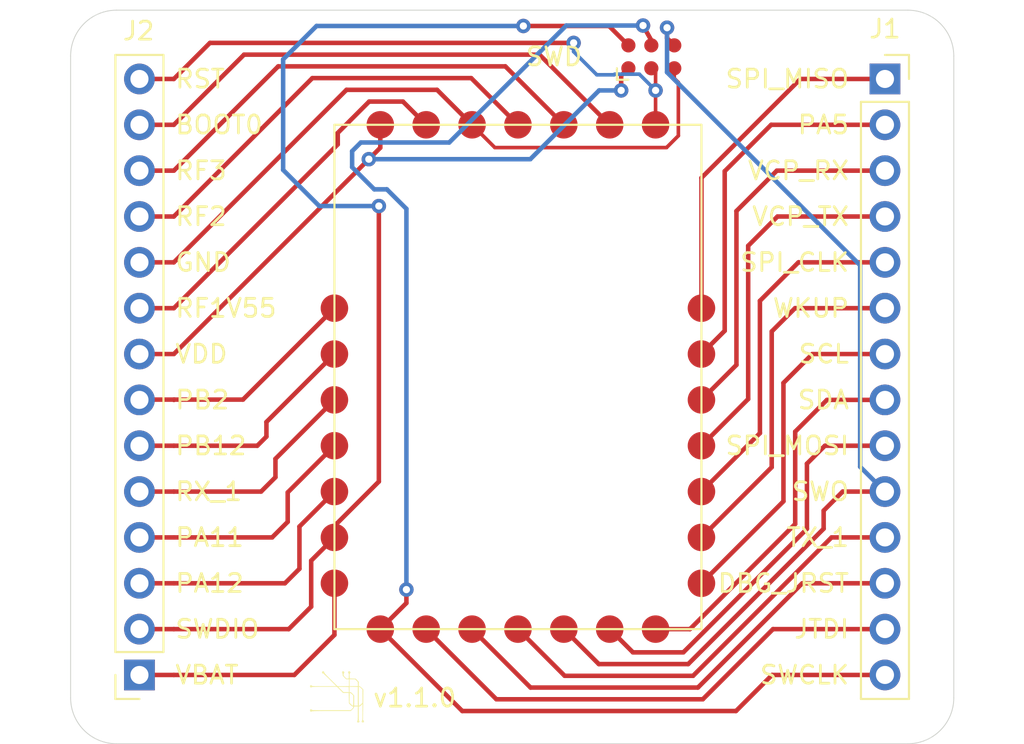
<source format=kicad_pcb>
(kicad_pcb (version 20171130) (host pcbnew "(5.1.9-0-10_14)")

  (general
    (thickness 1.6)
    (drawings 37)
    (tracks 184)
    (zones 0)
    (modules 5)
    (nets 29)
  )

  (page A4)
  (layers
    (0 F.Cu signal)
    (31 B.Cu signal)
    (32 B.Adhes user)
    (33 F.Adhes user)
    (34 B.Paste user)
    (35 F.Paste user)
    (36 B.SilkS user)
    (37 F.SilkS user)
    (38 B.Mask user)
    (39 F.Mask user)
    (40 Dwgs.User user)
    (41 Cmts.User user)
    (42 Eco1.User user)
    (43 Eco2.User user)
    (44 Edge.Cuts user)
    (45 Margin user)
    (46 B.CrtYd user)
    (47 F.CrtYd user)
    (48 B.Fab user)
    (49 F.Fab user)
  )

  (setup
    (last_trace_width 0.25)
    (user_trace_width 0.2)
    (trace_clearance 0.4)
    (zone_clearance 0.508)
    (zone_45_only no)
    (trace_min 0.2)
    (via_size 0.8)
    (via_drill 0.4)
    (via_min_size 0.4)
    (via_min_drill 0.3)
    (uvia_size 0.3)
    (uvia_drill 0.1)
    (uvias_allowed no)
    (uvia_min_size 0.2)
    (uvia_min_drill 0.1)
    (edge_width 0.05)
    (segment_width 0.2)
    (pcb_text_width 0.3)
    (pcb_text_size 1.5 1.5)
    (mod_edge_width 0.12)
    (mod_text_size 1 1)
    (mod_text_width 0.15)
    (pad_size 1.524 1.524)
    (pad_drill 0.762)
    (pad_to_mask_clearance 0)
    (aux_axis_origin 0 0)
    (visible_elements FFFFFF7F)
    (pcbplotparams
      (layerselection 0x010fc_ffffffff)
      (usegerberextensions false)
      (usegerberattributes true)
      (usegerberadvancedattributes true)
      (creategerberjobfile true)
      (excludeedgelayer true)
      (linewidth 0.100000)
      (plotframeref false)
      (viasonmask false)
      (mode 1)
      (useauxorigin false)
      (hpglpennumber 1)
      (hpglpenspeed 20)
      (hpglpendiameter 15.000000)
      (psnegative false)
      (psa4output false)
      (plotreference true)
      (plotvalue true)
      (plotinvisibletext false)
      (padsonsilk false)
      (subtractmaskfromsilk false)
      (outputformat 1)
      (mirror false)
      (drillshape 0)
      (scaleselection 1)
      (outputdirectory "Gerbers/"))
  )

  (net 0 "")
  (net 1 SWCLK)
  (net 2 JTDI)
  (net 3 DEBUG_JRST)
  (net 4 TX_1)
  (net 5 SWO)
  (net 6 SPI_MOSI)
  (net 7 SDA)
  (net 8 SCL)
  (net 9 PWR_WKUP)
  (net 10 SPI_CLK)
  (net 11 VCP_TX)
  (net 12 VCP_RX)
  (net 13 PA5)
  (net 14 SPI_MISO)
  (net 15 RST)
  (net 16 BOOT0)
  (net 17 RF3)
  (net 18 RF2)
  (net 19 GND)
  (net 20 RF1V55)
  (net 21 VDD)
  (net 22 PB2)
  (net 23 PB12)
  (net 24 RX_1)
  (net 25 PA11)
  (net 26 PA12)
  (net 27 SWDIO)
  (net 28 VBAT)

  (net_class Default "This is the default net class."
    (clearance 0.4)
    (trace_width 0.25)
    (via_dia 0.8)
    (via_drill 0.4)
    (uvia_dia 0.3)
    (uvia_drill 0.1)
    (add_net BOOT0)
    (add_net DEBUG_JRST)
    (add_net GND)
    (add_net JTDI)
    (add_net PA11)
    (add_net PA12)
    (add_net PA5)
    (add_net PB12)
    (add_net PB2)
    (add_net PWR_WKUP)
    (add_net RF1V55)
    (add_net RF2)
    (add_net RF3)
    (add_net RST)
    (add_net RX_1)
    (add_net SCL)
    (add_net SDA)
    (add_net SPI_CLK)
    (add_net SPI_MISO)
    (add_net SPI_MOSI)
    (add_net SWCLK)
    (add_net SWDIO)
    (add_net SWO)
    (add_net TX_1)
    (add_net VBAT)
    (add_net VCP_RX)
    (add_net VCP_TX)
    (add_net VDD)
  )

  (module trylaarsdam:wcl_logo (layer F.Cu) (tedit 60B69219) (tstamp 610BA598)
    (at 148 114.25)
    (fp_text reference G*** (at 0 0) (layer F.SilkS) hide
      (effects (font (size 1.524 1.524) (thickness 0.3)))
    )
    (fp_text value LOGO (at 0.75 0) (layer F.SilkS) hide
      (effects (font (size 1.524 1.524) (thickness 0.3)))
    )
    (fp_poly (pts (xy -0.005166 -1.411085) (xy 0.017923 -1.382557) (xy 0.0254 -1.350155) (xy 0.028985 -1.338173)
      (xy 0.040677 -1.319668) (xy 0.061879 -1.293125) (xy 0.093995 -1.257031) (xy 0.138427 -1.20987)
      (xy 0.19658 -1.150128) (xy 0.269857 -1.076291) (xy 0.359661 -0.986845) (xy 0.389407 -0.957362)
      (xy 0.753415 -0.5969) (xy 1.397 -0.5969) (xy 1.397 -0.9906) (xy 1.4224 -0.9906)
      (xy 1.4224 -0.59634) (xy 1.659246 -0.599795) (xy 1.896093 -0.60325) (xy 1.890927 -0.83185)
      (xy 1.734283 -0.9906) (xy 1.4224 -0.9906) (xy 1.397 -0.9906) (xy 1.317307 -0.990601)
      (xy 1.237614 -0.990601) (xy 1.144787 -1.084051) (xy 1.103197 -1.126404) (xy 1.076518 -1.156165)
      (xy 1.06164 -1.178644) (xy 1.055454 -1.19915) (xy 1.05485 -1.222993) (xy 1.055579 -1.236362)
      (xy 1.055118 -1.277935) (xy 1.04599 -1.302624) (xy 1.03651 -1.311812) (xy 1.020446 -1.337264)
      (xy 1.019892 -1.350299) (xy 1.046094 -1.350299) (xy 1.06261 -1.335409) (xy 1.073899 -1.3335)
      (xy 1.088735 -1.344075) (xy 1.0922 -1.3589) (xy 1.083162 -1.379332) (xy 1.063913 -1.383794)
      (xy 1.04775 -1.3716) (xy 1.046094 -1.350299) (xy 1.019892 -1.350299) (xy 1.018996 -1.371344)
      (xy 1.03136 -1.402493) (xy 1.043588 -1.414082) (xy 1.07537 -1.421392) (xy 1.105401 -1.409031)
      (xy 1.125851 -1.381994) (xy 1.1303 -1.358774) (xy 1.124364 -1.327413) (xy 1.11125 -1.312693)
      (xy 1.09864 -1.298049) (xy 1.092847 -1.264155) (xy 1.0922 -1.2397) (xy 1.093067 -1.207467)
      (xy 1.098036 -1.183185) (xy 1.110654 -1.160439) (xy 1.134469 -1.132817) (xy 1.172659 -1.094272)
      (xy 1.253118 -1.014528) (xy 1.39065 -1.02235) (xy 1.394289 -1.154387) (xy 1.395495 -1.214694)
      (xy 1.394582 -1.255287) (xy 1.390718 -1.281817) (xy 1.383069 -1.299937) (xy 1.370802 -1.315299)
      (xy 1.370511 -1.315609) (xy 1.35198 -1.348416) (xy 1.352227 -1.358358) (xy 1.384192 -1.358358)
      (xy 1.393031 -1.341703) (xy 1.411418 -1.336558) (xy 1.426375 -1.349057) (xy 1.42875 -1.359785)
      (xy 1.418193 -1.376965) (xy 1.406525 -1.381883) (xy 1.388696 -1.376433) (xy 1.384192 -1.358358)
      (xy 1.352227 -1.358358) (xy 1.352769 -1.380142) (xy 1.368295 -1.405646) (xy 1.393975 -1.419787)
      (xy 1.425228 -1.417425) (xy 1.448311 -1.402887) (xy 1.470311 -1.370999) (xy 1.46695 -1.338612)
      (xy 1.447394 -1.314083) (xy 1.435835 -1.301273) (xy 1.428585 -1.284552) (xy 1.424889 -1.258573)
      (xy 1.423994 -1.21799) (xy 1.425144 -1.157453) (xy 1.425169 -1.15654) (xy 1.42875 -1.02235)
      (xy 1.595285 -1.018819) (xy 1.761821 -1.015287) (xy 1.84611 -0.927979) (xy 1.9304 -0.84067)
      (xy 1.9304 -0.5969) (xy 1.965026 -0.596901) (xy 1.987761 -0.591533) (xy 2.016597 -0.573675)
      (xy 2.05519 -0.540689) (xy 2.09141 -0.505755) (xy 2.183167 -0.41461) (xy 2.17538 0.434585)
      (xy 2.167592 1.283781) (xy 2.195046 1.30301) (xy 2.218964 1.33137) (xy 2.22229 1.362594)
      (xy 2.207885 1.389799) (xy 2.178613 1.406102) (xy 2.151612 1.407442) (xy 2.118812 1.393906)
      (xy 2.104638 1.367145) (xy 2.105592 1.362077) (xy 2.136668 1.362077) (xy 2.140364 1.37227)
      (xy 2.156643 1.381636) (xy 2.174079 1.372144) (xy 2.182156 1.354672) (xy 2.176859 1.336587)
      (xy 2.16703 1.3335) (xy 2.143949 1.342219) (xy 2.136668 1.362077) (xy 2.105592 1.362077)
      (xy 2.111049 1.333102) (xy 2.121609 1.316432) (xy 2.12811 1.307021) (xy 2.13336 1.295271)
      (xy 2.137492 1.27856) (xy 2.140639 1.254266) (xy 2.142935 1.219765) (xy 2.144512 1.172436)
      (xy 2.145503 1.109655) (xy 2.146043 1.0288) (xy 2.146263 0.927248) (xy 2.1463 0.830244)
      (xy 2.1463 0.375445) (xy 2.072906 0.448072) (xy 2.027854 0.489463) (xy 1.993777 0.5128)
      (xy 1.966843 0.520662) (xy 1.964956 0.5207) (xy 1.9304 0.5207) (xy 1.9304 0.906494)
      (xy 1.930558 1.017993) (xy 1.931115 1.106725) (xy 1.932196 1.175322) (xy 1.933927 1.226417)
      (xy 1.936431 1.262641) (xy 1.939834 1.286626) (xy 1.944261 1.301005) (xy 1.94945 1.3081)
      (xy 1.965747 1.335929) (xy 1.966018 1.370315) (xy 1.95326 1.39446) (xy 1.93003 1.405541)
      (xy 1.89779 1.409605) (xy 1.869948 1.40565) (xy 1.862666 1.401233) (xy 1.854538 1.37852)
      (xy 1.855361 1.362077) (xy 1.882668 1.362077) (xy 1.886364 1.37227) (xy 1.902643 1.381636)
      (xy 1.920079 1.372144) (xy 1.928156 1.354672) (xy 1.922859 1.336587) (xy 1.91303 1.3335)
      (xy 1.889949 1.342219) (xy 1.882668 1.362077) (xy 1.855361 1.362077) (xy 1.856163 1.346088)
      (xy 1.866058 1.316995) (xy 1.87325 1.3081) (xy 1.878749 1.300335) (xy 1.883107 1.285431)
      (xy 1.88645 1.260755) (xy 1.888902 1.223675) (xy 1.890588 1.17156) (xy 1.891633 1.101777)
      (xy 1.892162 1.011694) (xy 1.8923 0.906494) (xy 1.8923 0.5207) (xy 1.6764 0.5207)
      (xy 1.6764 0.555942) (xy 1.671504 0.578174) (xy 1.654954 0.605559) (xy 1.623954 0.641943)
      (xy 1.584026 0.682942) (xy 1.491652 0.7747) (xy 0.429355 0.7747) (xy 0.239611 0.774728)
      (xy 0.073616 0.774836) (xy -0.070279 0.775056) (xy -0.193726 0.775421) (xy -0.298375 0.775964)
      (xy -0.385876 0.776718) (xy -0.457879 0.777715) (xy -0.516036 0.778989) (xy -0.561997 0.780572)
      (xy -0.597411 0.782496) (xy -0.62393 0.784796) (xy -0.643204 0.787503) (xy -0.656883 0.790651)
      (xy -0.666618 0.794273) (xy -0.671098 0.796598) (xy -0.698044 0.810319) (xy -0.715183 0.810202)
      (xy -0.734233 0.795889) (xy -0.735628 0.79463) (xy -0.757246 0.762345) (xy -0.759277 0.738828)
      (xy -0.732213 0.738828) (xy -0.724218 0.755263) (xy -0.723646 0.755956) (xy -0.706219 0.768016)
      (xy -0.689927 0.760154) (xy -0.679608 0.741912) (xy -0.684409 0.732911) (xy -0.70545 0.72628)
      (xy -0.718127 0.728713) (xy -0.732213 0.738828) (xy -0.759277 0.738828) (xy -0.760295 0.727048)
      (xy -0.746761 0.70104) (xy -0.717054 0.686947) (xy -0.683187 0.690808) (xy -0.657453 0.7112)
      (xy -0.654205 0.715705) (xy -0.649374 0.719643) (xy -0.641336 0.723053) (xy -0.628467 0.725972)
      (xy -0.609144 0.728439) (xy -0.581742 0.730491) (xy -0.544637 0.732166) (xy -0.496204 0.733504)
      (xy -0.434821 0.734541) (xy -0.358862 0.735316) (xy -0.266704 0.735867) (xy -0.156722 0.736233)
      (xy -0.027293 0.736451) (xy 0.123208 0.736559) (xy 0.296404 0.736596) (xy 0.424961 0.7366)
      (xy 1.491513 0.7366) (xy 1.564906 0.663972) (xy 1.605852 0.620567) (xy 1.629245 0.587814)
      (xy 1.638033 0.561373) (xy 1.6383 0.556022) (xy 1.634391 0.53027) (xy 1.617317 0.521357)
      (xy 1.603034 0.5207) (xy 1.57981 0.515502) (xy 1.551369 0.498004) (xy 1.513697 0.465345)
      (xy 1.48263 0.434904) (xy 1.397492 0.349109) (xy 1.397181 0.322698) (xy 1.42189 0.322698)
      (xy 1.504828 0.406277) (xy 1.544886 0.446255) (xy 1.576002 0.47454) (xy 1.599305 0.489412)
      (xy 1.615924 0.489156) (xy 1.62699 0.472052) (xy 1.63363 0.436382) (xy 1.636976 0.38043)
      (xy 1.638156 0.302476) (xy 1.6383 0.203256) (xy 1.6383 -0.083346) (xy 1.565275 -0.154969)
      (xy 1.526127 -0.190072) (xy 1.490045 -0.216702) (xy 1.463546 -0.230142) (xy 1.4605 -0.230772)
      (xy 1.42875 -0.23495) (xy 1.42189 0.322698) (xy 1.397181 0.322698) (xy 1.39065 -0.231509)
      (xy 1.2319 -0.229597) (xy 1.07315 -0.227684) (xy 0.734548 -0.56754) (xy 0.7874 -0.56754)
      (xy 0.795922 -0.557561) (xy 0.819506 -0.532756) (xy 0.855175 -0.496185) (xy 0.899954 -0.450905)
      (xy 0.935884 -0.41491) (xy 1.084368 -0.2667) (xy 1.397806 -0.2667) (xy 1.4224 -0.2667)
      (xy 1.462466 -0.2667) (xy 1.48442 -0.263648) (xy 1.507195 -0.252248) (xy 1.535423 -0.229136)
      (xy 1.573733 -0.190948) (xy 1.589227 -0.174625) (xy 1.675921 -0.08255) (xy 1.67616 0.200025)
      (xy 1.6764 0.4826) (xy 1.8923 0.4826) (xy 1.8923 -0.143709) (xy 1.892301 -0.247733)
      (xy 1.892304 -0.341086) (xy 1.892307 -0.421029) (xy 1.89231 -0.484824) (xy 1.892314 -0.529733)
      (xy 1.892319 -0.553019) (xy 1.892321 -0.555625) (xy 1.880287 -0.558806) (xy 1.846805 -0.561913)
      (xy 1.795829 -0.564728) (xy 1.73131 -0.567032) (xy 1.657371 -0.568606) (xy 1.460554 -0.5715)
      (xy 1.9304 -0.5715) (xy 1.9304 -0.046567) (xy 1.930569 0.066455) (xy 1.931051 0.171473)
      (xy 1.931811 0.265793) (xy 1.932812 0.346721) (xy 1.934016 0.411564) (xy 1.935389 0.457629)
      (xy 1.936892 0.482223) (xy 1.937615 0.485582) (xy 1.953251 0.491148) (xy 1.976856 0.481798)
      (xy 2.010958 0.455942) (xy 2.058084 0.411989) (xy 2.064197 0.405956) (xy 2.1463 0.324583)
      (xy 2.1463 -0.412067) (xy 2.067291 -0.491784) (xy 2.018706 -0.537068) (xy 1.981214 -0.56402)
      (xy 1.959341 -0.5715) (xy 1.9304 -0.5715) (xy 1.460554 -0.5715) (xy 1.4224 -0.572061)
      (xy 1.4224 -0.2667) (xy 1.397806 -0.2667) (xy 1.39065 -0.56515) (xy 1.089025 -0.568555)
      (xy 1.00454 -0.569331) (xy 0.929187 -0.569683) (xy 0.866455 -0.569623) (xy 0.819832 -0.569162)
      (xy 0.792807 -0.568312) (xy 0.7874 -0.56754) (xy 0.734548 -0.56754) (xy 0.730602 -0.5715)
      (xy 0.043006 -0.5715) (xy -0.108781 -0.571427) (xy -0.237129 -0.571172) (xy -0.343996 -0.570682)
      (xy -0.431342 -0.569903) (xy -0.501128 -0.568784) (xy -0.555312 -0.56727) (xy -0.595855 -0.565309)
      (xy -0.624715 -0.562847) (xy -0.643854 -0.559832) (xy -0.65523 -0.55621) (xy -0.660401 -0.55245)
      (xy -0.688899 -0.534262) (xy -0.720827 -0.535446) (xy -0.747836 -0.552874) (xy -0.761578 -0.583413)
      (xy -0.762 -0.59055) (xy -0.761919 -0.590816) (xy -0.73005 -0.590816) (xy -0.722372 -0.576009)
      (xy -0.705116 -0.565351) (xy -0.690309 -0.573029) (xy -0.679651 -0.590285) (xy -0.687329 -0.605092)
      (xy -0.704585 -0.61575) (xy -0.719392 -0.608072) (xy -0.73005 -0.590816) (xy -0.761919 -0.590816)
      (xy -0.752002 -0.623291) (xy -0.72747 -0.643188) (xy -0.696595 -0.647751) (xy -0.667572 -0.634494)
      (xy -0.657453 -0.6223) (xy -0.653363 -0.616722) (xy -0.647268 -0.612026) (xy -0.637106 -0.608136)
      (xy -0.620817 -0.604978) (xy -0.596337 -0.602475) (xy -0.561604 -0.60055) (xy -0.514558 -0.599129)
      (xy -0.453136 -0.598134) (xy -0.375275 -0.59749) (xy -0.278915 -0.59712) (xy -0.161993 -0.59695)
      (xy -0.022447 -0.596902) (xy 0.031544 -0.5969) (xy 0.704679 -0.5969) (xy 0.350394 -0.951355)
      (xy 0.26948 -1.03176) (xy 0.194834 -1.10487) (xy 0.128323 -1.168931) (xy 0.071813 -1.222189)
      (xy 0.027168 -1.26289) (xy -0.003746 -1.28928) (xy -0.019062 -1.299605) (xy -0.020004 -1.299627)
      (xy -0.0473 -1.300906) (xy -0.075717 -1.318184) (xy -0.094766 -1.344868) (xy -0.095535 -1.347097)
      (xy -0.094973 -1.355723) (xy -0.060432 -1.355723) (xy -0.056736 -1.34553) (xy -0.040457 -1.336164)
      (xy -0.023021 -1.345656) (xy -0.014944 -1.363128) (xy -0.020241 -1.381213) (xy -0.03007 -1.3843)
      (xy -0.053151 -1.375581) (xy -0.060432 -1.355723) (xy -0.094973 -1.355723) (xy -0.093561 -1.37735)
      (xy -0.074681 -1.405288) (xy -0.046333 -1.421336) (xy -0.037039 -1.422401) (xy -0.005166 -1.411085)) (layer F.SilkS) (width 0.01))
  )

  (module Connector:Tag-Connect_TC2030-IDC-NL_2x03_P1.27mm_Vertical (layer F.Cu) (tedit 5A29CEA9) (tstamp 610BA1FA)
    (at 166.135 78.784)
    (descr "Tag-Connect programming header; http://www.tag-connect.com/Materials/TC2030-IDC-NL.pdf")
    (tags "tag connect programming header pogo pins")
    (path /613CFD7B)
    (attr virtual)
    (fp_text reference SWD (at -5.385 -0.009) (layer F.SilkS)
      (effects (font (size 1 1) (thickness 0.15)))
    )
    (fp_text value Conn_01x06_Female (at 0 -2.3) (layer F.Fab)
      (effects (font (size 1 1) (thickness 0.15)))
    )
    (fp_text user KEEPOUT (at 0 0) (layer Cmts.User)
      (effects (font (size 0.4 0.4) (thickness 0.07)))
    )
    (fp_text user %R (at 10.224999 1.124999) (layer F.Fab)
      (effects (font (size 1 1) (thickness 0.15)))
    )
    (fp_line (start -1.905 1.27) (end -1.905 0.635) (layer F.SilkS) (width 0.12))
    (fp_line (start -1.27 1.27) (end -1.905 1.27) (layer F.SilkS) (width 0.12))
    (fp_line (start -3.5 2) (end -3.5 -2) (layer F.CrtYd) (width 0.05))
    (fp_line (start 3.5 2) (end -3.5 2) (layer F.CrtYd) (width 0.05))
    (fp_line (start 3.5 -2) (end 3.5 2) (layer F.CrtYd) (width 0.05))
    (fp_line (start -3.5 -2) (end 3.5 -2) (layer F.CrtYd) (width 0.05))
    (fp_line (start -1.27 0.635) (end -1.27 -0.635) (layer Dwgs.User) (width 0.1))
    (fp_line (start 1.27 0.635) (end -1.27 0.635) (layer Dwgs.User) (width 0.1))
    (fp_line (start 1.27 -0.635) (end 1.27 0.635) (layer Dwgs.User) (width 0.1))
    (fp_line (start -1.27 -0.635) (end 1.27 -0.635) (layer Dwgs.User) (width 0.1))
    (fp_line (start -1.27 0.635) (end 0 -0.635) (layer Dwgs.User) (width 0.1))
    (fp_line (start -1.27 0) (end -0.635 -0.635) (layer Dwgs.User) (width 0.1))
    (fp_line (start -0.635 0.635) (end 0.635 -0.635) (layer Dwgs.User) (width 0.1))
    (fp_line (start 0 0.635) (end 1.27 -0.635) (layer Dwgs.User) (width 0.1))
    (fp_line (start 0.635 0.635) (end 1.27 0) (layer Dwgs.User) (width 0.1))
    (pad 6 connect circle (at 1.27 -0.635) (size 0.7874 0.7874) (layers F.Cu F.Mask)
      (net 5 SWO))
    (pad 5 connect circle (at 1.27 0.635) (size 0.7874 0.7874) (layers F.Cu F.Mask)
      (net 19 GND))
    (pad 4 connect circle (at 0 -0.635) (size 0.7874 0.7874) (layers F.Cu F.Mask)
      (net 1 SWCLK))
    (pad 3 connect circle (at 0 0.635) (size 0.7874 0.7874) (layers F.Cu F.Mask)
      (net 15 RST))
    (pad 2 connect circle (at -1.27 -0.635) (size 0.7874 0.7874) (layers F.Cu F.Mask)
      (net 27 SWDIO))
    (pad 1 connect circle (at -1.27 0.635) (size 0.7874 0.7874) (layers F.Cu F.Mask)
      (net 21 VDD))
    (pad "" np_thru_hole circle (at -2.54 0) (size 0.9906 0.9906) (drill 0.9906) (layers *.Cu *.Mask))
    (pad "" np_thru_hole circle (at 2.54 1.016) (size 0.9906 0.9906) (drill 0.9906) (layers *.Cu *.Mask))
    (pad "" np_thru_hole circle (at 2.54 -1.016) (size 0.9906 0.9906) (drill 0.9906) (layers *.Cu *.Mask))
  )

  (module Connector_PinSocket_2.54mm:PinSocket_1x14_P2.54mm_Vertical (layer F.Cu) (tedit 5A19A434) (tstamp 610BA529)
    (at 137.795 113.03 180)
    (descr "Through hole straight socket strip, 1x14, 2.54mm pitch, single row (from Kicad 4.0.7), script generated")
    (tags "Through hole socket strip THT 1x14 2.54mm single row")
    (path /6100ACAC)
    (fp_text reference J2 (at 0.045 35.68) (layer F.SilkS)
      (effects (font (size 1 1) (thickness 0.15)))
    )
    (fp_text value Conn_01x14_Female (at 0 35.79) (layer F.Fab)
      (effects (font (size 1 1) (thickness 0.15)))
    )
    (fp_line (start -1.8 34.8) (end -1.8 -1.8) (layer F.CrtYd) (width 0.05))
    (fp_line (start 1.75 34.8) (end -1.8 34.8) (layer F.CrtYd) (width 0.05))
    (fp_line (start 1.75 -1.8) (end 1.75 34.8) (layer F.CrtYd) (width 0.05))
    (fp_line (start -1.8 -1.8) (end 1.75 -1.8) (layer F.CrtYd) (width 0.05))
    (fp_line (start 0 -1.33) (end 1.33 -1.33) (layer F.SilkS) (width 0.12))
    (fp_line (start 1.33 -1.33) (end 1.33 0) (layer F.SilkS) (width 0.12))
    (fp_line (start 1.33 1.27) (end 1.33 34.35) (layer F.SilkS) (width 0.12))
    (fp_line (start -1.33 34.35) (end 1.33 34.35) (layer F.SilkS) (width 0.12))
    (fp_line (start -1.33 1.27) (end -1.33 34.35) (layer F.SilkS) (width 0.12))
    (fp_line (start -1.33 1.27) (end 1.33 1.27) (layer F.SilkS) (width 0.12))
    (fp_line (start -1.27 34.29) (end -1.27 -1.27) (layer F.Fab) (width 0.1))
    (fp_line (start 1.27 34.29) (end -1.27 34.29) (layer F.Fab) (width 0.1))
    (fp_line (start 1.27 -0.635) (end 1.27 34.29) (layer F.Fab) (width 0.1))
    (fp_line (start 0.635 -1.27) (end 1.27 -0.635) (layer F.Fab) (width 0.1))
    (fp_line (start -1.27 -1.27) (end 0.635 -1.27) (layer F.Fab) (width 0.1))
    (fp_text user %R (at 0 16.51 90) (layer F.Fab)
      (effects (font (size 1 1) (thickness 0.15)))
    )
    (pad 14 thru_hole oval (at 0 33.02 180) (size 1.7 1.7) (drill 1) (layers *.Cu *.Mask)
      (net 15 RST))
    (pad 13 thru_hole oval (at 0 30.48 180) (size 1.7 1.7) (drill 1) (layers *.Cu *.Mask)
      (net 16 BOOT0))
    (pad 12 thru_hole oval (at 0 27.94 180) (size 1.7 1.7) (drill 1) (layers *.Cu *.Mask)
      (net 17 RF3))
    (pad 11 thru_hole oval (at 0 25.4 180) (size 1.7 1.7) (drill 1) (layers *.Cu *.Mask)
      (net 18 RF2))
    (pad 10 thru_hole oval (at 0 22.86 180) (size 1.7 1.7) (drill 1) (layers *.Cu *.Mask)
      (net 19 GND))
    (pad 9 thru_hole oval (at 0 20.32 180) (size 1.7 1.7) (drill 1) (layers *.Cu *.Mask)
      (net 20 RF1V55))
    (pad 8 thru_hole oval (at 0 17.78 180) (size 1.7 1.7) (drill 1) (layers *.Cu *.Mask)
      (net 21 VDD))
    (pad 7 thru_hole oval (at 0 15.24 180) (size 1.7 1.7) (drill 1) (layers *.Cu *.Mask)
      (net 22 PB2))
    (pad 6 thru_hole oval (at 0 12.7 180) (size 1.7 1.7) (drill 1) (layers *.Cu *.Mask)
      (net 23 PB12))
    (pad 5 thru_hole oval (at 0 10.16 180) (size 1.7 1.7) (drill 1) (layers *.Cu *.Mask)
      (net 24 RX_1))
    (pad 4 thru_hole oval (at 0 7.62 180) (size 1.7 1.7) (drill 1) (layers *.Cu *.Mask)
      (net 25 PA11))
    (pad 3 thru_hole oval (at 0 5.08 180) (size 1.7 1.7) (drill 1) (layers *.Cu *.Mask)
      (net 26 PA12))
    (pad 2 thru_hole oval (at 0 2.54 180) (size 1.7 1.7) (drill 1) (layers *.Cu *.Mask)
      (net 27 SWDIO))
    (pad 1 thru_hole rect (at 0 0 180) (size 1.7 1.7) (drill 1) (layers *.Cu *.Mask)
      (net 28 VBAT))
    (model ${KISYS3DMOD}/Connector_PinSocket_2.54mm.3dshapes/PinSocket_1x14_P2.54mm_Vertical.wrl
      (at (xyz 0 0 0))
      (scale (xyz 1 1 1))
      (rotate (xyz 0 0 0))
    )
  )

  (module Connector_PinSocket_2.54mm:PinSocket_1x14_P2.54mm_Vertical (layer F.Cu) (tedit 5A19A434) (tstamp 6100910A)
    (at 179.07 80.01)
    (descr "Through hole straight socket strip, 1x14, 2.54mm pitch, single row (from Kicad 4.0.7), script generated")
    (tags "Through hole socket strip THT 1x14 2.54mm single row")
    (path /61006320)
    (fp_text reference J1 (at 0 -2.77) (layer F.SilkS)
      (effects (font (size 1 1) (thickness 0.15)))
    )
    (fp_text value Conn_01x14_Female (at 0 35.79) (layer F.Fab)
      (effects (font (size 1 1) (thickness 0.15)))
    )
    (fp_line (start -1.8 34.8) (end -1.8 -1.8) (layer F.CrtYd) (width 0.05))
    (fp_line (start 1.75 34.8) (end -1.8 34.8) (layer F.CrtYd) (width 0.05))
    (fp_line (start 1.75 -1.8) (end 1.75 34.8) (layer F.CrtYd) (width 0.05))
    (fp_line (start -1.8 -1.8) (end 1.75 -1.8) (layer F.CrtYd) (width 0.05))
    (fp_line (start 0 -1.33) (end 1.33 -1.33) (layer F.SilkS) (width 0.12))
    (fp_line (start 1.33 -1.33) (end 1.33 0) (layer F.SilkS) (width 0.12))
    (fp_line (start 1.33 1.27) (end 1.33 34.35) (layer F.SilkS) (width 0.12))
    (fp_line (start -1.33 34.35) (end 1.33 34.35) (layer F.SilkS) (width 0.12))
    (fp_line (start -1.33 1.27) (end -1.33 34.35) (layer F.SilkS) (width 0.12))
    (fp_line (start -1.33 1.27) (end 1.33 1.27) (layer F.SilkS) (width 0.12))
    (fp_line (start -1.27 34.29) (end -1.27 -1.27) (layer F.Fab) (width 0.1))
    (fp_line (start 1.27 34.29) (end -1.27 34.29) (layer F.Fab) (width 0.1))
    (fp_line (start 1.27 -0.635) (end 1.27 34.29) (layer F.Fab) (width 0.1))
    (fp_line (start 0.635 -1.27) (end 1.27 -0.635) (layer F.Fab) (width 0.1))
    (fp_line (start -1.27 -1.27) (end 0.635 -1.27) (layer F.Fab) (width 0.1))
    (fp_text user %R (at 0 16.51 90) (layer F.Fab)
      (effects (font (size 1 1) (thickness 0.15)))
    )
    (pad 14 thru_hole oval (at 0 33.02) (size 1.7 1.7) (drill 1) (layers *.Cu *.Mask)
      (net 1 SWCLK))
    (pad 13 thru_hole oval (at 0 30.48) (size 1.7 1.7) (drill 1) (layers *.Cu *.Mask)
      (net 2 JTDI))
    (pad 12 thru_hole oval (at 0 27.94) (size 1.7 1.7) (drill 1) (layers *.Cu *.Mask)
      (net 3 DEBUG_JRST))
    (pad 11 thru_hole oval (at 0 25.4) (size 1.7 1.7) (drill 1) (layers *.Cu *.Mask)
      (net 4 TX_1))
    (pad 10 thru_hole oval (at 0 22.86) (size 1.7 1.7) (drill 1) (layers *.Cu *.Mask)
      (net 5 SWO))
    (pad 9 thru_hole oval (at 0 20.32) (size 1.7 1.7) (drill 1) (layers *.Cu *.Mask)
      (net 6 SPI_MOSI))
    (pad 8 thru_hole oval (at 0 17.78) (size 1.7 1.7) (drill 1) (layers *.Cu *.Mask)
      (net 7 SDA))
    (pad 7 thru_hole oval (at 0 15.24) (size 1.7 1.7) (drill 1) (layers *.Cu *.Mask)
      (net 8 SCL))
    (pad 6 thru_hole oval (at 0 12.7) (size 1.7 1.7) (drill 1) (layers *.Cu *.Mask)
      (net 9 PWR_WKUP))
    (pad 5 thru_hole oval (at 0 10.16) (size 1.7 1.7) (drill 1) (layers *.Cu *.Mask)
      (net 10 SPI_CLK))
    (pad 4 thru_hole oval (at 0 7.62) (size 1.7 1.7) (drill 1) (layers *.Cu *.Mask)
      (net 11 VCP_TX))
    (pad 3 thru_hole oval (at 0 5.08) (size 1.7 1.7) (drill 1) (layers *.Cu *.Mask)
      (net 12 VCP_RX))
    (pad 2 thru_hole oval (at 0 2.54) (size 1.7 1.7) (drill 1) (layers *.Cu *.Mask)
      (net 13 PA5))
    (pad 1 thru_hole rect (at 0 0) (size 1.7 1.7) (drill 1) (layers *.Cu *.Mask)
      (net 14 SPI_MISO))
    (model ${KISYS3DMOD}/Connector_PinSocket_2.54mm.3dshapes/PinSocket_1x14_P2.54mm_Vertical.wrl
      (at (xyz 0 0 0))
      (scale (xyz 1 1 1))
      (rotate (xyz 0 0 0))
    )
  )

  (module castellated_breakout:7x4_Castellated (layer F.Cu) (tedit 61003634) (tstamp 61009150)
    (at 163.83 97.79 90)
    (path /61003436)
    (fp_text reference U1 (at -2.54 -5.08 90) (layer F.SilkS) hide
      (effects (font (size 1 1) (thickness 0.15)))
    )
    (fp_text value STM32_7x4_Castellated (at -2.54 -17.78 90) (layer F.Fab)
      (effects (font (size 1 1) (thickness 0.15)))
    )
    (fp_line (start -12.7 -15.24) (end 15.24 -15.24) (layer F.SilkS) (width 0.12))
    (fp_line (start 15.24 -15.24) (end 15.24 5.08) (layer F.SilkS) (width 0.12))
    (fp_line (start 15.24 5.08) (end -12.7 5.08) (layer F.SilkS) (width 0.12))
    (fp_line (start -12.7 5.08) (end -12.7 -15.24) (layer F.SilkS) (width 0.12))
    (pad 28 smd circle (at -10.16 -15.24 90) (size 1.524 1.524) (layers F.Cu F.Paste F.Mask)
      (net 28 VBAT))
    (pad 27 smd circle (at -7.62 -15.24 90) (size 1.524 1.524) (layers F.Cu F.Paste F.Mask)
      (net 27 SWDIO))
    (pad 26 smd circle (at -5.08 -15.24 90) (size 1.524 1.524) (layers F.Cu F.Paste F.Mask)
      (net 26 PA12))
    (pad 25 smd circle (at -2.54 -15.24 90) (size 1.524 1.524) (layers F.Cu F.Paste F.Mask)
      (net 25 PA11))
    (pad 24 smd circle (at 0 -15.24 90) (size 1.524 1.524) (layers F.Cu F.Paste F.Mask)
      (net 24 RX_1))
    (pad 23 smd circle (at 2.54 -15.24 90) (size 1.524 1.524) (layers F.Cu F.Paste F.Mask)
      (net 23 PB12))
    (pad 22 smd circle (at 5.08 -15.24 90) (size 1.524 1.524) (layers F.Cu F.Paste F.Mask)
      (net 22 PB2))
    (pad 21 smd circle (at 15.24 -12.7 90) (size 1.524 1.524) (layers F.Cu F.Paste F.Mask)
      (net 21 VDD))
    (pad 20 smd circle (at 15.24 -10.16 90) (size 1.524 1.524) (layers F.Cu F.Paste F.Mask)
      (net 20 RF1V55))
    (pad 19 smd circle (at 15.24 -7.62 90) (size 1.524 1.524) (layers F.Cu F.Paste F.Mask)
      (net 19 GND))
    (pad 18 smd circle (at 15.24 -5.08 90) (size 1.524 1.524) (layers F.Cu F.Paste F.Mask)
      (net 18 RF2))
    (pad 17 smd circle (at 15.24 -2.54 90) (size 1.524 1.524) (layers F.Cu F.Paste F.Mask)
      (net 17 RF3))
    (pad 16 smd circle (at 15.24 0 90) (size 1.524 1.524) (layers F.Cu F.Paste F.Mask)
      (net 16 BOOT0))
    (pad 15 smd circle (at 15.24 2.54 90) (size 1.524 1.524) (layers F.Cu F.Paste F.Mask)
      (net 15 RST))
    (pad 14 smd circle (at 5.08 5.08 90) (size 1.524 1.524) (layers F.Cu F.Paste F.Mask)
      (net 14 SPI_MISO))
    (pad 13 smd circle (at 2.54 5.08 90) (size 1.524 1.524) (layers F.Cu F.Paste F.Mask)
      (net 13 PA5))
    (pad 12 smd circle (at 0 5.08 90) (size 1.524 1.524) (layers F.Cu F.Paste F.Mask)
      (net 12 VCP_RX))
    (pad 11 smd circle (at -2.54 5.08 90) (size 1.524 1.524) (layers F.Cu F.Paste F.Mask)
      (net 11 VCP_TX))
    (pad 10 smd circle (at -5.08 5.08 90) (size 1.524 1.524) (layers F.Cu F.Paste F.Mask)
      (net 10 SPI_CLK))
    (pad 9 smd circle (at -7.62 5.08 90) (size 1.524 1.524) (layers F.Cu F.Paste F.Mask)
      (net 9 PWR_WKUP))
    (pad 8 smd circle (at -10.16 5.08 90) (size 1.524 1.524) (layers F.Cu F.Paste F.Mask)
      (net 8 SCL))
    (pad 7 smd circle (at -12.7 2.54 90) (size 1.524 1.524) (layers F.Cu F.Paste F.Mask)
      (net 7 SDA))
    (pad 6 smd circle (at -12.7 0 90) (size 1.524 1.524) (layers F.Cu F.Paste F.Mask)
      (net 6 SPI_MOSI))
    (pad 5 smd circle (at -12.7 -2.54 90) (size 1.524 1.524) (layers F.Cu F.Paste F.Mask)
      (net 5 SWO))
    (pad 4 smd circle (at -12.7 -5.08 90) (size 1.524 1.524) (layers F.Cu F.Paste F.Mask)
      (net 4 TX_1))
    (pad 3 smd circle (at -12.7 -7.62 90) (size 1.524 1.524) (layers F.Cu F.Paste F.Mask)
      (net 3 DEBUG_JRST))
    (pad 2 smd circle (at -12.7 -10.16 90) (size 1.524 1.524) (layers F.Cu F.Paste F.Mask)
      (net 2 JTDI))
    (pad 1 smd circle (at -12.7 -12.7 90) (size 1.524 1.524) (layers F.Cu F.Paste F.Mask)
      (net 1 SWCLK))
  )

  (gr_line (start 133.985 114.3) (end 133.985 78.74) (layer Edge.Cuts) (width 0.05) (tstamp 610BA6D3))
  (gr_line (start 180.34 116.84) (end 136.525 116.84) (layer Edge.Cuts) (width 0.05) (tstamp 610BA6D2))
  (gr_line (start 182.88 78.74) (end 182.88 114.3) (layer Edge.Cuts) (width 0.05) (tstamp 610BA6D1))
  (gr_line (start 136.525 76.2) (end 180.34 76.2) (layer Edge.Cuts) (width 0.05) (tstamp 610BA6D0))
  (gr_arc (start 136.525 114.3) (end 133.985 114.3) (angle -90) (layer Edge.Cuts) (width 0.05))
  (gr_arc (start 180.34 114.3) (end 180.34 116.84) (angle -90) (layer Edge.Cuts) (width 0.05))
  (gr_arc (start 180.34 78.74) (end 182.88 78.74) (angle -90) (layer Edge.Cuts) (width 0.05))
  (gr_arc (start 136.525 78.74) (end 136.525 76.2) (angle -90) (layer Edge.Cuts) (width 0.05))
  (gr_text v1.1.0 (at 153.035 114.3) (layer F.SilkS)
    (effects (font (size 1 1) (thickness 0.15)))
  )
  (gr_text SWCLK (at 177.165 113.03) (layer F.SilkS)
    (effects (font (size 1 1) (thickness 0.15)) (justify right))
  )
  (gr_text JTDI (at 177.165 110.49) (layer F.SilkS)
    (effects (font (size 1 1) (thickness 0.15)) (justify right))
  )
  (gr_text DBG_JRST (at 177.165 107.95) (layer F.SilkS)
    (effects (font (size 1 1) (thickness 0.15)) (justify right))
  )
  (gr_text TX_1 (at 177.165 105.41) (layer F.SilkS)
    (effects (font (size 1 1) (thickness 0.15)) (justify right))
  )
  (gr_text SWO (at 177.165 102.87) (layer F.SilkS)
    (effects (font (size 1 1) (thickness 0.15)) (justify right))
  )
  (gr_text SPI_MOSI (at 177.165 100.33) (layer F.SilkS)
    (effects (font (size 1 1) (thickness 0.15)) (justify right))
  )
  (gr_text SDA (at 177.165 97.79) (layer F.SilkS)
    (effects (font (size 1 1) (thickness 0.15)) (justify right))
  )
  (gr_text SCL (at 177.165 95.25) (layer F.SilkS)
    (effects (font (size 1 1) (thickness 0.15)) (justify right))
  )
  (gr_text WKUP (at 177.165 92.71) (layer F.SilkS)
    (effects (font (size 1 1) (thickness 0.15)) (justify right))
  )
  (gr_text SPI_CLK (at 177.165 90.17) (layer F.SilkS)
    (effects (font (size 1 1) (thickness 0.15)) (justify right))
  )
  (gr_text VCP_TX (at 177.165 87.63) (layer F.SilkS)
    (effects (font (size 1 1) (thickness 0.15)) (justify right))
  )
  (gr_text VCP_RX (at 177.165 85.09) (layer F.SilkS)
    (effects (font (size 1 1) (thickness 0.15)) (justify right))
  )
  (gr_text PA5 (at 177.165 82.55) (layer F.SilkS)
    (effects (font (size 1 1) (thickness 0.15)) (justify right))
  )
  (gr_text SPI_MISO (at 177.165 80.01) (layer F.SilkS)
    (effects (font (size 1 1) (thickness 0.15)) (justify right))
  )
  (gr_text VBAT (at 139.7 113.03) (layer F.SilkS)
    (effects (font (size 1 1) (thickness 0.15)) (justify left))
  )
  (gr_text SWDIO (at 139.7 110.49) (layer F.SilkS)
    (effects (font (size 1 1) (thickness 0.15)) (justify left))
  )
  (gr_text PA12 (at 139.7 107.95) (layer F.SilkS)
    (effects (font (size 1 1) (thickness 0.15)) (justify left))
  )
  (gr_text PA11 (at 139.7 105.41) (layer F.SilkS)
    (effects (font (size 1 1) (thickness 0.15)) (justify left))
  )
  (gr_text RX_1 (at 139.7 102.87) (layer F.SilkS)
    (effects (font (size 1 1) (thickness 0.15)) (justify left))
  )
  (gr_text PB12 (at 139.7 100.33) (layer F.SilkS)
    (effects (font (size 1 1) (thickness 0.15)) (justify left))
  )
  (gr_text PB2 (at 139.7 97.79) (layer F.SilkS)
    (effects (font (size 1 1) (thickness 0.15)) (justify left))
  )
  (gr_text VDD (at 139.7 95.25) (layer F.SilkS)
    (effects (font (size 1 1) (thickness 0.15)) (justify left))
  )
  (gr_text RF1V55 (at 139.7 92.71) (layer F.SilkS)
    (effects (font (size 1 1) (thickness 0.15)) (justify left))
  )
  (gr_text GND (at 139.7 90.17) (layer F.SilkS)
    (effects (font (size 1 1) (thickness 0.15)) (justify left))
  )
  (gr_text RF2 (at 139.7 87.63) (layer F.SilkS)
    (effects (font (size 1 1) (thickness 0.15)) (justify left))
  )
  (gr_text RF3 (at 139.7 85.09) (layer F.SilkS)
    (effects (font (size 1 1) (thickness 0.15)) (justify left))
  )
  (gr_text BOOT0 (at 139.7 82.55) (layer F.SilkS)
    (effects (font (size 1 1) (thickness 0.15)) (justify left))
  )
  (gr_text RST (at 139.7 80.01) (layer F.SilkS)
    (effects (font (size 1 1) (thickness 0.15)) (justify left))
  )

  (segment (start 155.667051 115.027051) (end 170.822949 115.027051) (width 0.25) (layer F.Cu) (net 1))
  (segment (start 151.13 110.49) (end 155.667051 115.027051) (width 0.25) (layer F.Cu) (net 1))
  (segment (start 172.82 113.03) (end 179.07 113.03) (width 0.25) (layer F.Cu) (net 1))
  (segment (start 170.822949 115.027051) (end 172.82 113.03) (width 0.25) (layer F.Cu) (net 1))
  (segment (start 166.135 77.87) (end 166.135 78.149) (width 0.25) (layer F.Cu) (net 1))
  (segment (start 165.675 77.05) (end 166.135 77.87) (width 0.25) (layer F.Cu) (net 1))
  (via (at 165.675 77.05) (size 0.8) (drill 0.4) (layers F.Cu B.Cu) (net 1))
  (segment (start 151.494001 86.124999) (end 152.575 87.205998) (width 0.25) (layer B.Cu) (net 1))
  (segment (start 150.795997 86.124999) (end 151.494001 86.124999) (width 0.25) (layer B.Cu) (net 1))
  (segment (start 149.569999 84.010999) (end 149.569999 84.899001) (width 0.25) (layer B.Cu) (net 1))
  (segment (start 150.050999 83.529999) (end 149.569999 84.010999) (width 0.25) (layer B.Cu) (net 1))
  (segment (start 161.426896 77.05) (end 154.946897 83.529999) (width 0.25) (layer B.Cu) (net 1))
  (segment (start 149.569999 84.899001) (end 150.795997 86.124999) (width 0.25) (layer B.Cu) (net 1))
  (segment (start 154.946897 83.529999) (end 150.050999 83.529999) (width 0.25) (layer B.Cu) (net 1))
  (segment (start 165.675 77.05) (end 161.426896 77.05) (width 0.25) (layer B.Cu) (net 1))
  (segment (start 152.575 87.205998) (end 152.575 108.3) (width 0.25) (layer B.Cu) (net 1))
  (segment (start 152.575 108.3) (end 152.575 108.3) (width 0.25) (layer B.Cu) (net 1) (tstamp 610BA66C))
  (via (at 152.575 108.3) (size 0.8) (drill 0.4) (layers F.Cu B.Cu) (net 1))
  (segment (start 152.575 109.045) (end 151.13 110.49) (width 0.25) (layer F.Cu) (net 1))
  (segment (start 152.575 108.3) (end 152.575 109.045) (width 0.25) (layer F.Cu) (net 1))
  (segment (start 172.871022 110.49) (end 179.07 110.49) (width 0.25) (layer F.Cu) (net 2))
  (segment (start 168.983981 114.377041) (end 172.871022 110.49) (width 0.25) (layer F.Cu) (net 2))
  (segment (start 157.557041 114.377041) (end 168.983981 114.377041) (width 0.25) (layer F.Cu) (net 2))
  (segment (start 153.67 110.49) (end 157.557041 114.377041) (width 0.25) (layer F.Cu) (net 2))
  (segment (start 174.49177 107.95) (end 179.07 107.95) (width 0.25) (layer F.Cu) (net 3))
  (segment (start 168.714739 113.727031) (end 174.49177 107.95) (width 0.25) (layer F.Cu) (net 3))
  (segment (start 159.447031 113.727031) (end 168.714739 113.727031) (width 0.25) (layer F.Cu) (net 3))
  (segment (start 156.21 110.49) (end 159.447031 113.727031) (width 0.25) (layer F.Cu) (net 3))
  (segment (start 176.112518 105.41) (end 179.07 105.41) (width 0.25) (layer F.Cu) (net 4))
  (segment (start 168.445497 113.077021) (end 176.112518 105.41) (width 0.25) (layer F.Cu) (net 4))
  (segment (start 161.337021 113.077021) (end 168.445497 113.077021) (width 0.25) (layer F.Cu) (net 4))
  (segment (start 158.75 110.49) (end 161.337021 113.077021) (width 0.25) (layer F.Cu) (net 4))
  (segment (start 168.176255 112.427011) (end 175.675 104.928266) (width 0.25) (layer F.Cu) (net 5))
  (segment (start 163.227011 112.427011) (end 168.176255 112.427011) (width 0.25) (layer F.Cu) (net 5))
  (segment (start 161.29 110.49) (end 163.227011 112.427011) (width 0.25) (layer F.Cu) (net 5))
  (segment (start 175.675 104.928266) (end 175.675 103.925) (width 0.25) (layer F.Cu) (net 5))
  (segment (start 176.73 102.87) (end 179.07 102.87) (width 0.25) (layer F.Cu) (net 5))
  (segment (start 175.675 103.925) (end 176.73 102.87) (width 0.25) (layer F.Cu) (net 5))
  (segment (start 177.694999 101.494999) (end 179.07 102.87) (width 0.25) (layer B.Cu) (net 5))
  (segment (start 167.005 77.17) (end 167.005 79.640046) (width 0.25) (layer B.Cu) (net 5))
  (segment (start 167.005 77.749) (end 167.405 78.149) (width 0.25) (layer F.Cu) (net 5))
  (segment (start 167.005 79.640046) (end 177.694999 90.330045) (width 0.25) (layer B.Cu) (net 5))
  (segment (start 177.694999 90.330045) (end 177.694999 101.494999) (width 0.25) (layer B.Cu) (net 5))
  (segment (start 167.005 77.17) (end 167.005 77.749) (width 0.25) (layer F.Cu) (net 5))
  (via (at 167.005 77.17) (size 0.8) (drill 0.4) (layers F.Cu B.Cu) (net 5))
  (segment (start 167.907013 111.777001) (end 174.75003 104.933984) (width 0.25) (layer F.Cu) (net 6))
  (segment (start 165.117001 111.777001) (end 167.907013 111.777001) (width 0.25) (layer F.Cu) (net 6))
  (segment (start 163.83 110.49) (end 165.117001 111.777001) (width 0.25) (layer F.Cu) (net 6))
  (segment (start 174.75003 104.933984) (end 174.75003 101.32497) (width 0.25) (layer F.Cu) (net 6))
  (segment (start 175.745 100.33) (end 179.07 100.33) (width 0.25) (layer F.Cu) (net 6))
  (segment (start 174.75003 101.32497) (end 175.745 100.33) (width 0.25) (layer F.Cu) (net 6))
  (segment (start 168.274762 110.49) (end 174.10002 104.664742) (width 0.25) (layer F.Cu) (net 7))
  (segment (start 166.37 110.49) (end 168.274762 110.49) (width 0.25) (layer F.Cu) (net 7))
  (segment (start 174.10002 104.664742) (end 174.10002 99.54998) (width 0.25) (layer F.Cu) (net 7))
  (segment (start 175.86 97.79) (end 179.07 97.79) (width 0.25) (layer F.Cu) (net 7))
  (segment (start 174.10002 99.54998) (end 175.86 97.79) (width 0.25) (layer F.Cu) (net 7))
  (segment (start 168.91 107.95) (end 173.45001 103.40999) (width 0.25) (layer F.Cu) (net 8))
  (segment (start 173.45001 103.40999) (end 173.45001 96.84999) (width 0.25) (layer F.Cu) (net 8))
  (segment (start 175.05 95.25) (end 179.07 95.25) (width 0.25) (layer F.Cu) (net 8))
  (segment (start 173.45001 96.84999) (end 175.05 95.25) (width 0.25) (layer F.Cu) (net 8))
  (segment (start 168.91 105.41) (end 172.8 101.52) (width 0.25) (layer F.Cu) (net 9))
  (segment (start 174.09 92.71) (end 179.07 92.71) (width 0.25) (layer F.Cu) (net 9))
  (segment (start 172.8 94) (end 174.09 92.71) (width 0.25) (layer F.Cu) (net 9))
  (segment (start 172.8 101.52) (end 172.8 94) (width 0.25) (layer F.Cu) (net 9))
  (segment (start 168.91 102.87) (end 172.147031 99.632969) (width 0.25) (layer F.Cu) (net 10))
  (segment (start 172.147031 99.632969) (end 172.147031 92.302969) (width 0.25) (layer F.Cu) (net 10))
  (segment (start 174.28 90.17) (end 179.07 90.17) (width 0.25) (layer F.Cu) (net 10))
  (segment (start 172.147031 92.302969) (end 174.28 90.17) (width 0.25) (layer F.Cu) (net 10))
  (segment (start 168.91 100.33) (end 171.497021 97.742979) (width 0.25) (layer F.Cu) (net 11))
  (segment (start 171.497021 97.742979) (end 171.497021 89.252979) (width 0.25) (layer F.Cu) (net 11))
  (segment (start 173.12 87.63) (end 179.07 87.63) (width 0.25) (layer F.Cu) (net 11))
  (segment (start 171.497021 89.252979) (end 173.12 87.63) (width 0.25) (layer F.Cu) (net 11))
  (segment (start 168.91 97.79) (end 170.847011 95.852989) (width 0.25) (layer F.Cu) (net 12))
  (segment (start 170.847011 95.852989) (end 170.847011 87.327989) (width 0.25) (layer F.Cu) (net 12))
  (segment (start 173.085 85.09) (end 179.07 85.09) (width 0.25) (layer F.Cu) (net 12))
  (segment (start 170.847011 87.327989) (end 173.085 85.09) (width 0.25) (layer F.Cu) (net 12))
  (segment (start 170.197001 93.962999) (end 170.197001 85.122251) (width 0.25) (layer F.Cu) (net 13))
  (segment (start 168.91 95.25) (end 170.197001 93.962999) (width 0.25) (layer F.Cu) (net 13))
  (segment (start 172.769252 82.55) (end 179.07 82.55) (width 0.25) (layer F.Cu) (net 13))
  (segment (start 170.197001 85.122251) (end 172.769252 82.55) (width 0.25) (layer F.Cu) (net 13))
  (segment (start 168.91 92.71) (end 168.91 85.49) (width 0.25) (layer F.Cu) (net 14))
  (segment (start 174.39 80.01) (end 179.07 80.01) (width 0.25) (layer F.Cu) (net 14))
  (segment (start 168.91 85.49) (end 174.39 80.01) (width 0.25) (layer F.Cu) (net 14))
  (segment (start 141.697051 78.012949) (end 139.7 80.01) (width 0.25) (layer F.Cu) (net 15))
  (segment (start 161.832949 78.012949) (end 161.832949 78.012949) (width 0.25) (layer F.Cu) (net 15))
  (segment (start 139.7 80.01) (end 137.795 80.01) (width 0.25) (layer F.Cu) (net 15))
  (segment (start 166.37 79.654) (end 166.135 79.419) (width 0.2) (layer F.Cu) (net 15))
  (segment (start 166.37 82.55) (end 166.37 80.645) (width 0.2) (layer F.Cu) (net 15))
  (segment (start 161.832949 78.012949) (end 141.697051 78.012949) (width 0.25) (layer F.Cu) (net 15) (tstamp 610BA5C4))
  (via (at 161.832949 78.012949) (size 0.8) (drill 0.4) (layers F.Cu B.Cu) (net 15))
  (segment (start 166.37 80.645) (end 166.37 79.654) (width 0.2) (layer F.Cu) (net 15) (tstamp 610BA5C6))
  (via (at 166.37 80.645) (size 0.8) (drill 0.4) (layers F.Cu B.Cu) (net 15))
  (segment (start 161.832949 78.494995) (end 161.832949 78.012949) (width 0.2) (layer B.Cu) (net 15))
  (segment (start 163.117255 79.779301) (end 161.832949 78.494995) (width 0.2) (layer B.Cu) (net 15))
  (segment (start 164.072745 79.779301) (end 163.117255 79.779301) (width 0.2) (layer B.Cu) (net 15))
  (segment (start 164.107047 79.744999) (end 164.072745 79.779301) (width 0.2) (layer B.Cu) (net 15))
  (segment (start 165.469999 79.744999) (end 164.107047 79.744999) (width 0.2) (layer B.Cu) (net 15))
  (segment (start 166.37 80.645) (end 165.469999 79.744999) (width 0.2) (layer B.Cu) (net 15))
  (segment (start 159.942959 78.662959) (end 143.587041 78.662959) (width 0.25) (layer F.Cu) (net 16))
  (segment (start 143.587041 78.662959) (end 139.7 82.55) (width 0.25) (layer F.Cu) (net 16))
  (segment (start 163.83 82.55) (end 159.942959 78.662959) (width 0.25) (layer F.Cu) (net 16))
  (segment (start 139.7 82.55) (end 137.795 82.55) (width 0.25) (layer F.Cu) (net 16))
  (segment (start 145.477031 79.312969) (end 139.7 85.09) (width 0.25) (layer F.Cu) (net 17))
  (segment (start 158.052969 79.312969) (end 145.477031 79.312969) (width 0.25) (layer F.Cu) (net 17))
  (segment (start 161.29 82.55) (end 158.052969 79.312969) (width 0.25) (layer F.Cu) (net 17))
  (segment (start 139.7 85.09) (end 137.795 85.09) (width 0.25) (layer F.Cu) (net 17))
  (segment (start 147.367021 79.962979) (end 139.7 87.63) (width 0.25) (layer F.Cu) (net 18))
  (segment (start 156.162979 79.962979) (end 147.367021 79.962979) (width 0.25) (layer F.Cu) (net 18))
  (segment (start 158.75 82.55) (end 156.162979 79.962979) (width 0.25) (layer F.Cu) (net 18))
  (segment (start 139.7 87.63) (end 137.795 87.63) (width 0.25) (layer F.Cu) (net 18))
  (segment (start 149.257011 80.612989) (end 139.7 90.17) (width 0.25) (layer F.Cu) (net 19))
  (segment (start 154.272989 80.612989) (end 149.257011 80.612989) (width 0.25) (layer F.Cu) (net 19))
  (segment (start 156.21 82.55) (end 154.272989 80.612989) (width 0.25) (layer F.Cu) (net 19))
  (segment (start 139.7 90.17) (end 137.795 90.17) (width 0.25) (layer F.Cu) (net 19))
  (segment (start 166.975761 83.812001) (end 157.472001 83.812001) (width 0.2) (layer F.Cu) (net 19))
  (segment (start 167.632001 83.155761) (end 166.975761 83.812001) (width 0.2) (layer F.Cu) (net 19))
  (segment (start 157.472001 83.812001) (end 156.21 82.55) (width 0.2) (layer F.Cu) (net 19))
  (segment (start 167.632001 80.202776) (end 167.632001 83.155761) (width 0.2) (layer F.Cu) (net 19))
  (segment (start 167.405 79.975775) (end 167.632001 80.202776) (width 0.2) (layer F.Cu) (net 19))
  (segment (start 167.405 79.419) (end 167.405 79.975775) (width 0.2) (layer F.Cu) (net 19))
  (segment (start 150.512239 81.262999) (end 148.775 83.000238) (width 0.25) (layer F.Cu) (net 20))
  (segment (start 152.382999 81.262999) (end 150.512239 81.262999) (width 0.25) (layer F.Cu) (net 20))
  (segment (start 153.67 82.55) (end 152.382999 81.262999) (width 0.25) (layer F.Cu) (net 20))
  (segment (start 148.775 83.635) (end 139.7 92.71) (width 0.25) (layer F.Cu) (net 20))
  (segment (start 148.775 83.000238) (end 148.775 83.635) (width 0.25) (layer F.Cu) (net 20))
  (segment (start 139.7 92.71) (end 137.795 92.71) (width 0.25) (layer F.Cu) (net 20))
  (segment (start 151.13 83.82) (end 150.495 84.455) (width 0.25) (layer F.Cu) (net 21))
  (segment (start 151.13 82.55) (end 151.13 83.82) (width 0.25) (layer F.Cu) (net 21))
  (segment (start 139.7 95.25) (end 137.795 95.25) (width 0.25) (layer F.Cu) (net 21))
  (segment (start 150.495 84.455) (end 139.7 95.25) (width 0.25) (layer F.Cu) (net 21) (tstamp 610BA59E))
  (via (at 150.495 84.455) (size 0.8) (drill 0.4) (layers F.Cu B.Cu) (net 21))
  (segment (start 159.434046 84.455) (end 163.244046 80.645) (width 0.25) (layer B.Cu) (net 21))
  (segment (start 150.495 84.455) (end 159.434046 84.455) (width 0.25) (layer B.Cu) (net 21))
  (segment (start 163.244046 80.645) (end 164.465 80.645) (width 0.25) (layer B.Cu) (net 21))
  (via (at 164.465 80.645) (size 0.8) (drill 0.4) (layers F.Cu B.Cu) (net 21))
  (segment (start 164.465 79.819) (end 164.865 79.419) (width 0.25) (layer F.Cu) (net 21))
  (segment (start 164.465 80.645) (end 164.465 79.819) (width 0.25) (layer F.Cu) (net 21))
  (segment (start 148.59 92.71) (end 143.525 97.775) (width 0.25) (layer F.Cu) (net 22))
  (segment (start 139.715 97.775) (end 139.7 97.79) (width 0.25) (layer F.Cu) (net 22))
  (segment (start 143.525 97.775) (end 139.715 97.775) (width 0.25) (layer F.Cu) (net 22))
  (segment (start 137.81 97.775) (end 137.795 97.79) (width 0.25) (layer F.Cu) (net 22))
  (segment (start 139.715 97.775) (end 137.81 97.775) (width 0.25) (layer F.Cu) (net 22))
  (segment (start 148.59 95.25) (end 144.825 99.015) (width 0.25) (layer F.Cu) (net 23))
  (segment (start 144.825 99.015) (end 144.825 99.825) (width 0.25) (layer F.Cu) (net 23))
  (segment (start 144.32 100.33) (end 139.7 100.33) (width 0.25) (layer F.Cu) (net 23))
  (segment (start 144.825 99.825) (end 144.32 100.33) (width 0.25) (layer F.Cu) (net 23))
  (segment (start 139.7 100.33) (end 137.795 100.33) (width 0.25) (layer F.Cu) (net 23))
  (segment (start 148.59 97.79) (end 145.325 101.055) (width 0.25) (layer F.Cu) (net 24))
  (segment (start 145.325 101.055) (end 145.325 102.075) (width 0.25) (layer F.Cu) (net 24))
  (segment (start 144.53 102.87) (end 139.7 102.87) (width 0.25) (layer F.Cu) (net 24))
  (segment (start 145.325 102.075) (end 144.53 102.87) (width 0.25) (layer F.Cu) (net 24))
  (segment (start 139.7 102.87) (end 137.795 102.87) (width 0.25) (layer F.Cu) (net 24))
  (segment (start 148.59 100.33) (end 146.002981 102.917019) (width 0.25) (layer F.Cu) (net 25))
  (segment (start 146.002981 102.917019) (end 146.002981 104.547019) (width 0.25) (layer F.Cu) (net 25))
  (segment (start 145.14 105.41) (end 139.7 105.41) (width 0.25) (layer F.Cu) (net 25))
  (segment (start 146.002981 104.547019) (end 145.14 105.41) (width 0.25) (layer F.Cu) (net 25))
  (segment (start 139.7 105.41) (end 137.795 105.41) (width 0.25) (layer F.Cu) (net 25))
  (segment (start 148.59 102.87) (end 146.652989 104.807011) (width 0.25) (layer F.Cu) (net 26))
  (segment (start 146.652989 104.807011) (end 146.652989 107.147011) (width 0.25) (layer F.Cu) (net 26))
  (segment (start 145.85 107.95) (end 139.7 107.95) (width 0.25) (layer F.Cu) (net 26))
  (segment (start 146.652989 107.147011) (end 145.85 107.95) (width 0.25) (layer F.Cu) (net 26))
  (segment (start 139.7 107.95) (end 137.795 107.95) (width 0.25) (layer F.Cu) (net 26))
  (segment (start 147.302999 106.697001) (end 147.302999 109.247001) (width 0.25) (layer F.Cu) (net 27))
  (segment (start 148.59 105.41) (end 147.302999 106.697001) (width 0.25) (layer F.Cu) (net 27))
  (segment (start 146.06 110.49) (end 139.7 110.49) (width 0.25) (layer F.Cu) (net 27))
  (segment (start 147.302999 109.247001) (end 146.06 110.49) (width 0.25) (layer F.Cu) (net 27))
  (segment (start 139.7 110.49) (end 137.795 110.49) (width 0.25) (layer F.Cu) (net 27))
  (via (at 159.05 77.075) (size 0.8) (drill 0.4) (layers F.Cu B.Cu) (net 27))
  (segment (start 163.791 77.075) (end 159.05 77.075) (width 0.25) (layer F.Cu) (net 27))
  (segment (start 164.865 78.149) (end 163.791 77.075) (width 0.25) (layer F.Cu) (net 27))
  (segment (start 148.59 104.774762) (end 151.05 102.314762) (width 0.25) (layer F.Cu) (net 27))
  (segment (start 148.59 105.41) (end 148.59 104.774762) (width 0.25) (layer F.Cu) (net 27))
  (segment (start 151.05 102.314762) (end 151.05 87.05) (width 0.25) (layer F.Cu) (net 27))
  (segment (start 151.05 87.05) (end 151.05 87.025) (width 0.25) (layer F.Cu) (net 27) (tstamp 610BA66A))
  (via (at 151.05 87.05) (size 0.8) (drill 0.4) (layers F.Cu B.Cu) (net 27))
  (segment (start 151.05 87.05) (end 147.75 87.05) (width 0.25) (layer B.Cu) (net 27))
  (segment (start 147.75 87.05) (end 145.75 85.05) (width 0.25) (layer B.Cu) (net 27))
  (segment (start 147.6 77.075) (end 159.05 77.075) (width 0.25) (layer B.Cu) (net 27))
  (segment (start 145.75 78.925) (end 147.6 77.075) (width 0.25) (layer B.Cu) (net 27))
  (segment (start 145.75 85.05) (end 145.75 78.925) (width 0.25) (layer B.Cu) (net 27))
  (segment (start 148.59 107.95) (end 148.59 110.81) (width 0.25) (layer F.Cu) (net 28))
  (segment (start 146.37 113.03) (end 139.7 113.03) (width 0.25) (layer F.Cu) (net 28))
  (segment (start 148.59 110.81) (end 146.37 113.03) (width 0.25) (layer F.Cu) (net 28))
  (segment (start 139.7 113.03) (end 137.795 113.03) (width 0.25) (layer F.Cu) (net 28))

)

</source>
